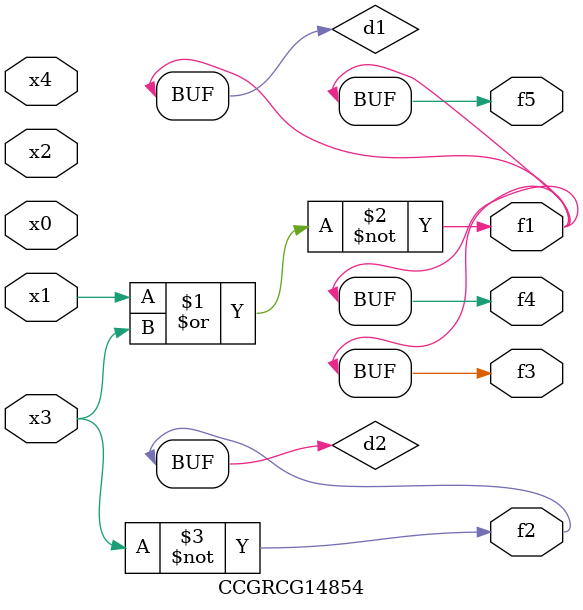
<source format=v>
module CCGRCG14854(
	input x0, x1, x2, x3, x4,
	output f1, f2, f3, f4, f5
);

	wire d1, d2;

	nor (d1, x1, x3);
	not (d2, x3);
	assign f1 = d1;
	assign f2 = d2;
	assign f3 = d1;
	assign f4 = d1;
	assign f5 = d1;
endmodule

</source>
